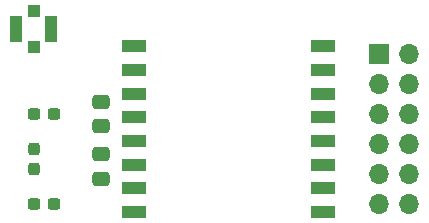
<source format=gbr>
%TF.GenerationSoftware,KiCad,Pcbnew,(6.0.7)*%
%TF.CreationDate,2022-10-03T21:19:44+02:00*%
%TF.ProjectId,RFM9xW_868_PMOD,52464d39-7857-45f3-9836-385f504d4f44,rev?*%
%TF.SameCoordinates,Original*%
%TF.FileFunction,Soldermask,Top*%
%TF.FilePolarity,Negative*%
%FSLAX46Y46*%
G04 Gerber Fmt 4.6, Leading zero omitted, Abs format (unit mm)*
G04 Created by KiCad (PCBNEW (6.0.7)) date 2022-10-03 21:19:44*
%MOMM*%
%LPD*%
G01*
G04 APERTURE LIST*
G04 Aperture macros list*
%AMRoundRect*
0 Rectangle with rounded corners*
0 $1 Rounding radius*
0 $2 $3 $4 $5 $6 $7 $8 $9 X,Y pos of 4 corners*
0 Add a 4 corners polygon primitive as box body*
4,1,4,$2,$3,$4,$5,$6,$7,$8,$9,$2,$3,0*
0 Add four circle primitives for the rounded corners*
1,1,$1+$1,$2,$3*
1,1,$1+$1,$4,$5*
1,1,$1+$1,$6,$7*
1,1,$1+$1,$8,$9*
0 Add four rect primitives between the rounded corners*
20,1,$1+$1,$2,$3,$4,$5,0*
20,1,$1+$1,$4,$5,$6,$7,0*
20,1,$1+$1,$6,$7,$8,$9,0*
20,1,$1+$1,$8,$9,$2,$3,0*%
G04 Aperture macros list end*
%ADD10R,1.700000X1.700000*%
%ADD11O,1.700000X1.700000*%
%ADD12RoundRect,0.237500X-0.300000X-0.237500X0.300000X-0.237500X0.300000X0.237500X-0.300000X0.237500X0*%
%ADD13RoundRect,0.250000X0.475000X-0.337500X0.475000X0.337500X-0.475000X0.337500X-0.475000X-0.337500X0*%
%ADD14RoundRect,0.237500X-0.237500X0.287500X-0.237500X-0.287500X0.237500X-0.287500X0.237500X0.287500X0*%
%ADD15R,2.000000X1.000000*%
%ADD16R,1.000000X1.000000*%
%ADD17R,1.050000X2.200000*%
%ADD18RoundRect,0.250000X-0.475000X0.337500X-0.475000X-0.337500X0.475000X-0.337500X0.475000X0.337500X0*%
G04 APERTURE END LIST*
D10*
%TO.C,J1*%
X149860000Y-43180000D03*
D11*
X152400000Y-43180000D03*
X149860000Y-45720000D03*
X152400000Y-45720000D03*
X149860000Y-48260000D03*
X152400000Y-48260000D03*
X149860000Y-50800000D03*
X152400000Y-50800000D03*
X149860000Y-53340000D03*
X152400000Y-53340000D03*
X149860000Y-55880000D03*
X152400000Y-55880000D03*
%TD*%
D12*
%TO.C,C3*%
X120650000Y-48260000D03*
X122375000Y-48260000D03*
%TD*%
D13*
%TO.C,C1*%
X126365000Y-49297500D03*
X126365000Y-47222500D03*
%TD*%
D14*
%TO.C,L1*%
X120650000Y-51195000D03*
X120650000Y-52945000D03*
%TD*%
D15*
%TO.C,U1*%
X145160000Y-56530000D03*
X145160000Y-54530000D03*
X145160000Y-52530000D03*
X145160000Y-50530000D03*
X145160000Y-48530000D03*
X145160000Y-46530000D03*
X145160000Y-44530000D03*
X145160000Y-42530000D03*
X129160000Y-42530000D03*
X129160000Y-44530000D03*
X129160000Y-46530000D03*
X129160000Y-48530000D03*
X129160000Y-50530000D03*
X129160000Y-52530000D03*
X129160000Y-54530000D03*
X129160000Y-56530000D03*
%TD*%
D12*
%TO.C,C4*%
X120650000Y-55880000D03*
X122375000Y-55880000D03*
%TD*%
D16*
%TO.C,J2*%
X120650000Y-42545000D03*
X120650000Y-39545000D03*
D17*
X122125000Y-41045000D03*
X119175000Y-41045000D03*
%TD*%
D18*
%TO.C,C2*%
X126365000Y-51667500D03*
X126365000Y-53742500D03*
%TD*%
M02*

</source>
